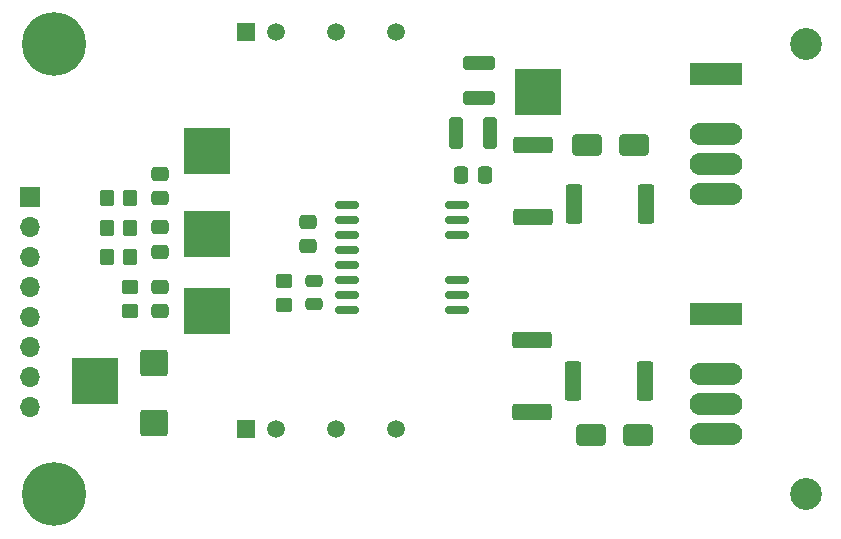
<source format=gts>
G04 #@! TF.GenerationSoftware,KiCad,Pcbnew,8.0.9-8.0.9-0~ubuntu22.04.1*
G04 #@! TF.CreationDate,2025-04-02T13:47:28-07:00*
G04 #@! TF.ProjectId,HBD1E,48424431-452e-46b6-9963-61645f706362,rev?*
G04 #@! TF.SameCoordinates,Original*
G04 #@! TF.FileFunction,Soldermask,Top*
G04 #@! TF.FilePolarity,Negative*
%FSLAX46Y46*%
G04 Gerber Fmt 4.6, Leading zero omitted, Abs format (unit mm)*
G04 Created by KiCad (PCBNEW 8.0.9-8.0.9-0~ubuntu22.04.1) date 2025-04-02 13:47:28*
%MOMM*%
%LPD*%
G01*
G04 APERTURE LIST*
G04 Aperture macros list*
%AMRoundRect*
0 Rectangle with rounded corners*
0 $1 Rounding radius*
0 $2 $3 $4 $5 $6 $7 $8 $9 X,Y pos of 4 corners*
0 Add a 4 corners polygon primitive as box body*
4,1,4,$2,$3,$4,$5,$6,$7,$8,$9,$2,$3,0*
0 Add four circle primitives for the rounded corners*
1,1,$1+$1,$2,$3*
1,1,$1+$1,$4,$5*
1,1,$1+$1,$6,$7*
1,1,$1+$1,$8,$9*
0 Add four rect primitives between the rounded corners*
20,1,$1+$1,$2,$3,$4,$5,0*
20,1,$1+$1,$4,$5,$6,$7,0*
20,1,$1+$1,$6,$7,$8,$9,0*
20,1,$1+$1,$8,$9,$2,$3,0*%
G04 Aperture macros list end*
%ADD10RoundRect,0.150000X-0.875000X-0.150000X0.875000X-0.150000X0.875000X0.150000X-0.875000X0.150000X0*%
%ADD11R,4.000000X4.000000*%
%ADD12C,3.100000*%
%ADD13C,5.400000*%
%ADD14R,4.500000X1.905000*%
%ADD15O,4.500000X1.905000*%
%ADD16RoundRect,0.250000X-0.475000X0.337500X-0.475000X-0.337500X0.475000X-0.337500X0.475000X0.337500X0*%
%ADD17RoundRect,0.250000X0.925000X-0.875000X0.925000X0.875000X-0.925000X0.875000X-0.925000X-0.875000X0*%
%ADD18RoundRect,0.250000X0.350000X0.450000X-0.350000X0.450000X-0.350000X-0.450000X0.350000X-0.450000X0*%
%ADD19RoundRect,0.250000X-1.000000X-0.650000X1.000000X-0.650000X1.000000X0.650000X-1.000000X0.650000X0*%
%ADD20RoundRect,0.249999X0.450001X1.425001X-0.450001X1.425001X-0.450001X-1.425001X0.450001X-1.425001X0*%
%ADD21RoundRect,0.249999X-1.425001X0.450001X-1.425001X-0.450001X1.425001X-0.450001X1.425001X0.450001X0*%
%ADD22RoundRect,0.250000X0.475000X-0.337500X0.475000X0.337500X-0.475000X0.337500X-0.475000X-0.337500X0*%
%ADD23RoundRect,0.250000X0.475000X-0.250000X0.475000X0.250000X-0.475000X0.250000X-0.475000X-0.250000X0*%
%ADD24R,1.500000X1.500000*%
%ADD25C,1.500000*%
%ADD26RoundRect,0.250000X-0.450000X0.350000X-0.450000X-0.350000X0.450000X-0.350000X0.450000X0.350000X0*%
%ADD27RoundRect,0.250000X1.100000X-0.325000X1.100000X0.325000X-1.100000X0.325000X-1.100000X-0.325000X0*%
%ADD28C,2.700000*%
%ADD29RoundRect,0.249999X1.425001X-0.450001X1.425001X0.450001X-1.425001X0.450001X-1.425001X-0.450001X0*%
%ADD30RoundRect,0.250000X-0.325000X-1.100000X0.325000X-1.100000X0.325000X1.100000X-0.325000X1.100000X0*%
%ADD31R,1.700000X1.700000*%
%ADD32O,1.700000X1.700000*%
%ADD33RoundRect,0.250000X-0.337500X-0.475000X0.337500X-0.475000X0.337500X0.475000X-0.337500X0.475000X0*%
G04 APERTURE END LIST*
D10*
X68850000Y-60055000D03*
X68850000Y-61325000D03*
X68850000Y-62595000D03*
X68850000Y-63865000D03*
X68850000Y-65135000D03*
X68850000Y-66405000D03*
X68850000Y-67675000D03*
X68850000Y-68945000D03*
X78150000Y-68945000D03*
X78150000Y-67675000D03*
X78150000Y-66405000D03*
X78150000Y-62595000D03*
X78150000Y-61325000D03*
X78150000Y-60055000D03*
D11*
X85000000Y-50500000D03*
D12*
X44000000Y-84550000D03*
D13*
X44000000Y-84550000D03*
D14*
X100040000Y-49000000D03*
D15*
X100040000Y-54080000D03*
X100040000Y-56620000D03*
X100040000Y-59160000D03*
D16*
X53000000Y-66962500D03*
X53000000Y-69037500D03*
D17*
X52500000Y-78550000D03*
X52500000Y-73450000D03*
D18*
X50500000Y-64500000D03*
X48500000Y-64500000D03*
D14*
X100040000Y-69310000D03*
D15*
X100040000Y-74390000D03*
X100040000Y-76930000D03*
X100040000Y-79470000D03*
D12*
X44000000Y-46450000D03*
D13*
X44000000Y-46450000D03*
D19*
X89110000Y-55000000D03*
X93110000Y-55000000D03*
D11*
X47500000Y-75000000D03*
X57000000Y-55500000D03*
D18*
X50500000Y-62000000D03*
X48500000Y-62000000D03*
D20*
X94050000Y-75000000D03*
X87950000Y-75000000D03*
D19*
X89500000Y-79500000D03*
X93500000Y-79500000D03*
D11*
X57000000Y-62500000D03*
D21*
X84610000Y-54950000D03*
X84610000Y-61050000D03*
D22*
X53000000Y-59500000D03*
X53000000Y-57425000D03*
D23*
X66000000Y-68400000D03*
X66000000Y-66500000D03*
D16*
X53000000Y-61962500D03*
X53000000Y-64037500D03*
D24*
X60262500Y-79000000D03*
D25*
X62802500Y-79000000D03*
X67882500Y-79000000D03*
X72962500Y-79000000D03*
D26*
X63500000Y-66500000D03*
X63500000Y-68500000D03*
D16*
X65500000Y-61462500D03*
X65500000Y-63537500D03*
D27*
X80000000Y-50975000D03*
X80000000Y-48025000D03*
D28*
X107660000Y-84550000D03*
D29*
X84500000Y-77550000D03*
X84500000Y-71450000D03*
D30*
X78025000Y-54000000D03*
X80975000Y-54000000D03*
D28*
X107660000Y-46450000D03*
D31*
X42000000Y-59420000D03*
D32*
X42000000Y-61960000D03*
X42000000Y-64500000D03*
X42000000Y-67040000D03*
X42000000Y-69580000D03*
X42000000Y-72120000D03*
X42000000Y-74660000D03*
X42000000Y-77200000D03*
D33*
X78462500Y-57500000D03*
X80537500Y-57500000D03*
D24*
X60262500Y-45407500D03*
D25*
X62802500Y-45407500D03*
X67882500Y-45407500D03*
X72962500Y-45407500D03*
D26*
X50500000Y-67000000D03*
X50500000Y-69000000D03*
D11*
X57000000Y-69000000D03*
D18*
X50500000Y-59500000D03*
X48500000Y-59500000D03*
D20*
X94160000Y-60000000D03*
X88060000Y-60000000D03*
M02*

</source>
